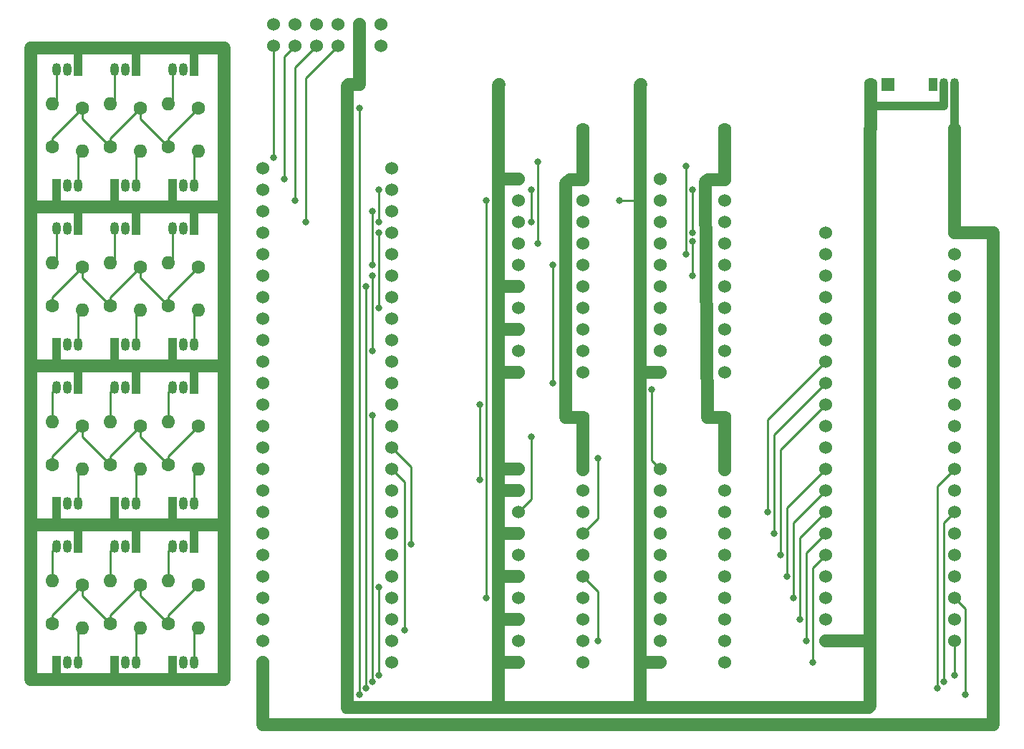
<source format=gbr>
%TF.GenerationSoftware,KiCad,Pcbnew,7.0.9*%
%TF.CreationDate,2024-11-14T04:28:15-07:00*%
%TF.ProjectId,Through_Hole_Quad_Xilinx,5468726f-7567-4685-9f48-6f6c655f5175,rev?*%
%TF.SameCoordinates,Original*%
%TF.FileFunction,Copper,L2,Bot*%
%TF.FilePolarity,Positive*%
%FSLAX46Y46*%
G04 Gerber Fmt 4.6, Leading zero omitted, Abs format (unit mm)*
G04 Created by KiCad (PCBNEW 7.0.9) date 2024-11-14 04:28:15*
%MOMM*%
%LPD*%
G01*
G04 APERTURE LIST*
%TA.AperFunction,ComponentPad*%
%ADD10R,1.050000X1.500000*%
%TD*%
%TA.AperFunction,ComponentPad*%
%ADD11O,1.050000X1.500000*%
%TD*%
%TA.AperFunction,ComponentPad*%
%ADD12C,1.600000*%
%TD*%
%TA.AperFunction,ComponentPad*%
%ADD13O,1.600000X1.600000*%
%TD*%
%TA.AperFunction,ComponentPad*%
%ADD14R,1.600000X1.600000*%
%TD*%
%TA.AperFunction,ComponentPad*%
%ADD15C,1.524000*%
%TD*%
%TA.AperFunction,ViaPad*%
%ADD16C,0.800000*%
%TD*%
%TA.AperFunction,Conductor*%
%ADD17C,1.524000*%
%TD*%
%TA.AperFunction,Conductor*%
%ADD18C,1.016000*%
%TD*%
%TA.AperFunction,Conductor*%
%ADD19C,0.250000*%
%TD*%
G04 APERTURE END LIST*
D10*
%TO.P,Q13,1,S*%
%TO.N,GND*%
X132334000Y-85344000D03*
D11*
%TO.P,Q13,2,G*%
%TO.N,_AUDIO3_5*%
X133604000Y-85344000D03*
%TO.P,Q13,3,D*%
%TO.N,Net-(Q13-D)*%
X134874000Y-85344000D03*
%TD*%
D10*
%TO.P,Q14,1,S*%
%TO.N,GND*%
X134874000Y-71628000D03*
D11*
%TO.P,Q14,2,G*%
%TO.N,_AUDIO3_4*%
X133604000Y-71628000D03*
%TO.P,Q14,3,D*%
%TO.N,Net-(Q14-D)*%
X132334000Y-71628000D03*
%TD*%
D12*
%TO.P,R13,1*%
%TO.N,AUDIO3*%
X135382000Y-76171000D03*
D13*
%TO.P,R13,2*%
%TO.N,Net-(Q13-D)*%
X135382000Y-81251000D03*
%TD*%
D12*
%TO.P,C3,1*%
%TO.N,+3.3V*%
X194564000Y-41148000D03*
D13*
%TO.P,C3,2*%
%TO.N,GND*%
X184564000Y-41148000D03*
%TD*%
D12*
%TO.P,R7,1*%
%TO.N,AUDIO2*%
X135382000Y-57404000D03*
D13*
%TO.P,R7,2*%
%TO.N,Net-(Q7-D)*%
X135382000Y-62484000D03*
%TD*%
D10*
%TO.P,Q10,1,S*%
%TO.N,GND*%
X141732000Y-52832000D03*
D11*
%TO.P,Q10,2,G*%
%TO.N,_AUDIO2_2*%
X140462000Y-52832000D03*
%TO.P,Q10,3,D*%
%TO.N,Net-(Q10-D)*%
X139192000Y-52832000D03*
%TD*%
D12*
%TO.P,R2,1*%
%TO.N,AUDIO1*%
X131826000Y-43180000D03*
D13*
%TO.P,R2,2*%
%TO.N,Net-(Q2-D)*%
X131826000Y-38100000D03*
%TD*%
D14*
%TO.P,C2,1*%
%TO.N,+3.3V*%
X230600000Y-35814000D03*
D12*
%TO.P,C2,2*%
%TO.N,GND*%
X228600000Y-35814000D03*
%TD*%
%TO.P,C1,1*%
%TO.N,+5V*%
X238506000Y-41148000D03*
D13*
%TO.P,C1,2*%
%TO.N,GND*%
X228506000Y-41148000D03*
%TD*%
D10*
%TO.P,Q6,1,S*%
%TO.N,GND*%
X148590000Y-34036000D03*
D11*
%TO.P,Q6,2,G*%
%TO.N,_AUDIO1_0*%
X147320000Y-34036000D03*
%TO.P,Q6,3,D*%
%TO.N,Net-(Q6-D)*%
X146050000Y-34036000D03*
%TD*%
D10*
%TO.P,U1,1,VO*%
%TO.N,+3.3V*%
X235966000Y-35814000D03*
D11*
%TO.P,U1,2,GND*%
%TO.N,GND*%
X237236000Y-35814000D03*
%TO.P,U1,3,VI*%
%TO.N,+5V*%
X238506000Y-35814000D03*
%TD*%
D10*
%TO.P,Q20,1,S*%
%TO.N,GND*%
X134874000Y-90424000D03*
D11*
%TO.P,Q20,2,G*%
%TO.N,_AUDIO4_4*%
X133604000Y-90424000D03*
%TO.P,Q20,3,D*%
%TO.N,Net-(Q20-D)*%
X132334000Y-90424000D03*
%TD*%
D10*
%TO.P,Q11,1,S*%
%TO.N,GND*%
X146050000Y-66548000D03*
D11*
%TO.P,Q11,2,G*%
%TO.N,_AUDIO2_1*%
X147320000Y-66548000D03*
%TO.P,Q11,3,D*%
%TO.N,Net-(Q11-D)*%
X148590000Y-66548000D03*
%TD*%
D10*
%TO.P,Q18,1,S*%
%TO.N,GND*%
X148590000Y-71628000D03*
D11*
%TO.P,Q18,2,G*%
%TO.N,_AUDIO3_0*%
X147320000Y-71628000D03*
%TO.P,Q18,3,D*%
%TO.N,Net-(Q18-D)*%
X146050000Y-71628000D03*
%TD*%
D12*
%TO.P,C6,1*%
%TO.N,+3.3V*%
X194564000Y-75184000D03*
D13*
%TO.P,C6,2*%
%TO.N,GND*%
X184564000Y-75184000D03*
%TD*%
D12*
%TO.P,R6,1*%
%TO.N,AUDIO1*%
X145542000Y-43209000D03*
D13*
%TO.P,R6,2*%
%TO.N,Net-(Q6-D)*%
X145542000Y-38129000D03*
%TD*%
D10*
%TO.P,Q9,1,S*%
%TO.N,GND*%
X139192000Y-66548000D03*
D11*
%TO.P,Q9,2,G*%
%TO.N,_AUDIO2_3*%
X140462000Y-66548000D03*
%TO.P,Q9,3,D*%
%TO.N,Net-(Q9-D)*%
X141732000Y-66548000D03*
%TD*%
D12*
%TO.P,R4,1*%
%TO.N,AUDIO1*%
X138684000Y-43180000D03*
D13*
%TO.P,R4,2*%
%TO.N,Net-(Q4-D)*%
X138684000Y-38100000D03*
%TD*%
D12*
%TO.P,R18,1*%
%TO.N,AUDIO3*%
X145542000Y-80772000D03*
D13*
%TO.P,R18,2*%
%TO.N,Net-(Q18-D)*%
X145542000Y-75692000D03*
%TD*%
D10*
%TO.P,Q1,1,S*%
%TO.N,GND*%
X132334000Y-47752000D03*
D11*
%TO.P,Q1,2,G*%
%TO.N,_AUDIO1_5*%
X133604000Y-47752000D03*
%TO.P,Q1,3,D*%
%TO.N,Net-(Q1-D)*%
X134874000Y-47752000D03*
%TD*%
D10*
%TO.P,Q8,1,S*%
%TO.N,GND*%
X134874000Y-52832000D03*
D11*
%TO.P,Q8,2,G*%
%TO.N,_AUDIO2_4*%
X133604000Y-52832000D03*
%TO.P,Q8,3,D*%
%TO.N,Net-(Q8-D)*%
X132334000Y-52832000D03*
%TD*%
D12*
%TO.P,R23,1*%
%TO.N,AUDIO4*%
X149098000Y-94996000D03*
D13*
%TO.P,R23,2*%
%TO.N,Net-(Q23-D)*%
X149098000Y-100076000D03*
%TD*%
D12*
%TO.P,R12,1*%
%TO.N,AUDIO2*%
X145542000Y-62005000D03*
D13*
%TO.P,R12,2*%
%TO.N,Net-(Q12-D)*%
X145542000Y-56925000D03*
%TD*%
D10*
%TO.P,Q22,1,S*%
%TO.N,GND*%
X141732000Y-90424000D03*
D11*
%TO.P,Q22,2,G*%
%TO.N,_AUDIO4_2*%
X140462000Y-90424000D03*
%TO.P,Q22,3,D*%
%TO.N,Net-(Q22-D)*%
X139192000Y-90424000D03*
%TD*%
D10*
%TO.P,Q3,1,S*%
%TO.N,GND*%
X139192000Y-47752000D03*
D11*
%TO.P,Q3,2,G*%
%TO.N,_AUDIO1_3*%
X140462000Y-47752000D03*
%TO.P,Q3,3,D*%
%TO.N,Net-(Q3-D)*%
X141732000Y-47752000D03*
%TD*%
D12*
%TO.P,R11,1*%
%TO.N,AUDIO2*%
X149098000Y-57404000D03*
D13*
%TO.P,R11,2*%
%TO.N,Net-(Q11-D)*%
X149098000Y-62484000D03*
%TD*%
D15*
%TO.P,U2,1,A->B*%
%TO.N,_R{slash}W*%
X203708000Y-81280000D03*
%TO.P,U2,2,A0*%
%TO.N,_D0*%
X203708000Y-83820000D03*
%TO.P,U2,3,A1*%
%TO.N,_D1*%
X203708000Y-86360000D03*
%TO.P,U2,4,A2*%
%TO.N,_D2*%
X203708000Y-88900000D03*
%TO.P,U2,5,A3*%
%TO.N,_D3*%
X203708000Y-91440000D03*
%TO.P,U2,6,A4*%
%TO.N,_D4*%
X203708000Y-93980000D03*
%TO.P,U2,7,A5*%
%TO.N,_D5*%
X203708000Y-96520000D03*
%TO.P,U2,8,A6*%
%TO.N,_D6*%
X203708000Y-99060000D03*
%TO.P,U2,9,A7*%
%TO.N,_D7*%
X203708000Y-101600000D03*
%TO.P,U2,10,GND*%
%TO.N,GND*%
X203708000Y-104140000D03*
%TO.P,U2,11,B7*%
%TO.N,D7*%
X211328000Y-104140000D03*
%TO.P,U2,12,B6*%
%TO.N,D6*%
X211328000Y-101600000D03*
%TO.P,U2,13,B5*%
%TO.N,D5*%
X211328000Y-99060000D03*
%TO.P,U2,14,B4*%
%TO.N,D4*%
X211328000Y-96520000D03*
%TO.P,U2,15,B3*%
%TO.N,D3*%
X211328000Y-93980000D03*
%TO.P,U2,16,B2*%
%TO.N,D2*%
X211328000Y-91440000D03*
%TO.P,U2,17,B1*%
%TO.N,D1*%
X211328000Y-88900000D03*
%TO.P,U2,18,B0*%
%TO.N,D0*%
X211328000Y-86360000D03*
%TO.P,U2,19,CE*%
%TO.N,~{_EN}*%
X211328000Y-83820000D03*
%TO.P,U2,20,VCC*%
%TO.N,+3.3V*%
X211328000Y-81320000D03*
%TD*%
D12*
%TO.P,C5,1*%
%TO.N,+3.3V*%
X211328000Y-75184000D03*
D13*
%TO.P,C5,2*%
%TO.N,GND*%
X201328000Y-75184000D03*
%TD*%
D10*
%TO.P,Q17,1,S*%
%TO.N,GND*%
X146050000Y-85344000D03*
D11*
%TO.P,Q17,2,G*%
%TO.N,_AUDIO3_1*%
X147320000Y-85344000D03*
%TO.P,Q17,3,D*%
%TO.N,Net-(Q17-D)*%
X148590000Y-85344000D03*
%TD*%
D15*
%TO.P,U5,1,1~{OE}*%
%TO.N,GND*%
X186944000Y-81280000D03*
%TO.P,U5,2,1A1*%
X186944000Y-83820000D03*
%TO.P,U5,3,2Y4*%
%TO.N,_~{CS3}*%
X186944000Y-86360000D03*
%TO.P,U5,4,1A2*%
%TO.N,GND*%
X186944000Y-88900000D03*
%TO.P,U5,5,2Y3*%
%TO.N,_~{CS4}*%
X186944000Y-91440000D03*
%TO.P,U5,6,1A3*%
%TO.N,GND*%
X186944000Y-93980000D03*
%TO.P,U5,7,2Y2*%
%TO.N,_PHI2*%
X186944000Y-96520000D03*
%TO.P,U5,8,1A4*%
%TO.N,GND*%
X186944000Y-99060000D03*
%TO.P,U5,9,2Y1*%
%TO.N,_~{CS2}*%
X186944000Y-101600000D03*
%TO.P,U5,10,GND*%
%TO.N,GND*%
X186944000Y-104140000D03*
%TO.P,U5,11,2A1*%
%TO.N,~{CS2}*%
X194564000Y-104140000D03*
%TO.P,U5,12,1Y4*%
%TO.N,unconnected-(U5-1Y4-Pad12)*%
X194564000Y-101600000D03*
%TO.P,U5,13,2A2*%
%TO.N,PHI2*%
X194564000Y-99060000D03*
%TO.P,U5,14,1Y3*%
%TO.N,unconnected-(U5-1Y3-Pad14)*%
X194564000Y-96520000D03*
%TO.P,U5,15,2A3*%
%TO.N,~{CS4}*%
X194564000Y-93980000D03*
%TO.P,U5,16,1Y2*%
%TO.N,unconnected-(U5-1Y2-Pad16)*%
X194564000Y-91440000D03*
%TO.P,U5,17,2A4*%
%TO.N,~{CS3}*%
X194564000Y-88900000D03*
%TO.P,U5,18,1Y1*%
%TO.N,unconnected-(U5-1Y1-Pad18)*%
X194564000Y-86360000D03*
%TO.P,U5,19,2~{OE}*%
%TO.N,GND*%
X194564000Y-83820000D03*
%TO.P,U5,20,VCC*%
%TO.N,+3.3V*%
X194564000Y-81320000D03*
%TD*%
D12*
%TO.P,R14,1*%
%TO.N,AUDIO3*%
X131826000Y-80772000D03*
D13*
%TO.P,R14,2*%
%TO.N,Net-(Q14-D)*%
X131826000Y-75692000D03*
%TD*%
D12*
%TO.P,R16,1*%
%TO.N,AUDIO3*%
X138684000Y-80772000D03*
D13*
%TO.P,R16,2*%
%TO.N,Net-(Q16-D)*%
X138684000Y-75692000D03*
%TD*%
D12*
%TO.P,C8,1*%
%TO.N,+5V*%
X156718000Y-109474000D03*
D13*
%TO.P,C8,2*%
%TO.N,GND*%
X166718000Y-109474000D03*
%TD*%
D12*
%TO.P,R10,1*%
%TO.N,AUDIO2*%
X138684000Y-61976000D03*
D13*
%TO.P,R10,2*%
%TO.N,Net-(Q10-D)*%
X138684000Y-56896000D03*
%TD*%
D12*
%TO.P,C4,1*%
%TO.N,+3.3V*%
X211328000Y-41148000D03*
D13*
%TO.P,C4,2*%
%TO.N,GND*%
X201328000Y-41148000D03*
%TD*%
D12*
%TO.P,R17,1*%
%TO.N,AUDIO3*%
X149098000Y-76200000D03*
D13*
%TO.P,R17,2*%
%TO.N,Net-(Q17-D)*%
X149098000Y-81280000D03*
%TD*%
D12*
%TO.P,R8,1*%
%TO.N,AUDIO2*%
X131826000Y-61976000D03*
D13*
%TO.P,R8,2*%
%TO.N,Net-(Q8-D)*%
X131826000Y-56896000D03*
%TD*%
D12*
%TO.P,C7,1*%
%TO.N,+5V*%
X238506000Y-47244000D03*
D13*
%TO.P,C7,2*%
%TO.N,GND*%
X228506000Y-47244000D03*
%TD*%
D10*
%TO.P,Q23,1,S*%
%TO.N,GND*%
X146050000Y-104140000D03*
D11*
%TO.P,Q23,2,G*%
%TO.N,_AUDIO4_1*%
X147320000Y-104140000D03*
%TO.P,Q23,3,D*%
%TO.N,Net-(Q23-D)*%
X148590000Y-104140000D03*
%TD*%
D12*
%TO.P,R5,1*%
%TO.N,AUDIO1*%
X149098000Y-38608000D03*
D13*
%TO.P,R5,2*%
%TO.N,Net-(Q5-D)*%
X149098000Y-43688000D03*
%TD*%
D12*
%TO.P,R1,1*%
%TO.N,AUDIO1*%
X135382000Y-38608000D03*
D13*
%TO.P,R1,2*%
%TO.N,Net-(Q1-D)*%
X135382000Y-43688000D03*
%TD*%
D10*
%TO.P,Q5,1,S*%
%TO.N,GND*%
X146050000Y-47752000D03*
D11*
%TO.P,Q5,2,G*%
%TO.N,_AUDIO1_1*%
X147320000Y-47752000D03*
%TO.P,Q5,3,D*%
%TO.N,Net-(Q5-D)*%
X148590000Y-47752000D03*
%TD*%
D10*
%TO.P,Q21,1,S*%
%TO.N,GND*%
X139192000Y-104140000D03*
D11*
%TO.P,Q21,2,G*%
%TO.N,_AUDIO4_3*%
X140462000Y-104140000D03*
%TO.P,Q21,3,D*%
%TO.N,Net-(Q21-D)*%
X141732000Y-104140000D03*
%TD*%
D10*
%TO.P,Q19,1,S*%
%TO.N,GND*%
X132334000Y-104140000D03*
D11*
%TO.P,Q19,2,G*%
%TO.N,_AUDIO4_5*%
X133604000Y-104140000D03*
%TO.P,Q19,3,D*%
%TO.N,Net-(Q19-D)*%
X134874000Y-104140000D03*
%TD*%
D15*
%TO.P,J2,1,PIO01*%
%TO.N,_~{CS1}*%
X156718000Y-45720000D03*
%TO.P,J2,2,PIO02*%
%TO.N,_A3*%
X156718000Y-48260000D03*
%TO.P,J2,3,PIO03*%
%TO.N,_A2*%
X156718000Y-50800000D03*
%TO.P,J2,4,PIO04*%
%TO.N,_A1*%
X156718000Y-53340000D03*
%TO.P,J2,5,PIO05*%
%TO.N,_A0*%
X156718000Y-55880000D03*
%TO.P,J2,6,PIO06*%
%TO.N,_AUDIO2_0*%
X156718000Y-58420000D03*
%TO.P,J2,7,PIO07*%
%TO.N,_AUDIO2_5*%
X156718000Y-60960000D03*
%TO.P,J2,8,PIO08*%
%TO.N,_AUDIO2_3*%
X156718000Y-63500000D03*
%TO.P,J2,9,PIO09*%
%TO.N,_AUDIO2_1*%
X156718000Y-66040000D03*
%TO.P,J2,10,PIO10*%
%TO.N,_AUDIO3_0*%
X156718000Y-68580000D03*
%TO.P,J2,11,PIO11*%
%TO.N,_AUDIO3_2*%
X156718000Y-71120000D03*
%TO.P,J2,12,PIO12*%
%TO.N,_AUDIO3_4*%
X156718000Y-73660000D03*
%TO.P,J2,13,PIO13*%
%TO.N,_AUDIO3_3*%
X156718000Y-76200000D03*
%TO.P,J2,14,PIO14*%
%TO.N,_AUDIO3_1*%
X156718000Y-78740000D03*
%TO.P,J2,15,AIN15*%
%TO.N,unconnected-(J2-AIN15-Pad15)*%
X156718000Y-81280000D03*
%TO.P,J2,16,AIN16*%
%TO.N,unconnected-(J2-AIN16-Pad16)*%
X156718000Y-83820000D03*
%TO.P,J2,17,PIO17*%
%TO.N,_AUDIO3_5*%
X156718000Y-86360000D03*
%TO.P,J2,18,PIO18*%
%TO.N,_AUDIO4_0*%
X156718000Y-88900000D03*
%TO.P,J2,19,PIO19*%
%TO.N,_AUDIO4_2*%
X156718000Y-91440000D03*
%TO.P,J2,20,PIO20*%
%TO.N,_AUDIO4_4*%
X156718000Y-93980000D03*
%TO.P,J2,21,PIO21*%
%TO.N,_AUDIO4_5*%
X156718000Y-96520000D03*
%TO.P,J2,22,PIO22*%
%TO.N,_AUDIO4_3*%
X156718000Y-99060000D03*
%TO.P,J2,23,PIO23*%
%TO.N,_AUDIO4_1*%
X156718000Y-101600000D03*
%TO.P,J2,24,VU*%
%TO.N,+5V*%
X156718000Y-104140000D03*
%TO.P,J2,25,GND*%
%TO.N,GND*%
X171958000Y-104140000D03*
%TO.P,J2,26,PIO26*%
%TO.N,_D7*%
X171958000Y-101600000D03*
%TO.P,J2,27,PIO27*%
%TO.N,_D6*%
X171958000Y-99060000D03*
%TO.P,J2,28,PIO28*%
%TO.N,_D5*%
X171958000Y-96520000D03*
%TO.P,J2,29,PIO29*%
%TO.N,_D4*%
X171958000Y-93980000D03*
%TO.P,J2,30,PIO30*%
%TO.N,_D3*%
X171958000Y-91440000D03*
%TO.P,J2,31,PIO31*%
%TO.N,_D2*%
X171958000Y-88900000D03*
%TO.P,J2,32,PIO32*%
%TO.N,_D1*%
X171958000Y-86360000D03*
%TO.P,J2,33,PIO33*%
%TO.N,_D0*%
X171958000Y-83820000D03*
%TO.P,J2,34,PIO34*%
%TO.N,_~{CS2}*%
X171958000Y-81280000D03*
%TO.P,J2,35,PIO35*%
%TO.N,_~{CS4}*%
X171958000Y-78740000D03*
%TO.P,J2,36,PIO36*%
%TO.N,_~{CS3}*%
X171958000Y-76200000D03*
%TO.P,J2,37,PIO37*%
%TO.N,~{_EN}*%
X171958000Y-73660000D03*
%TO.P,J2,38,PIO38*%
%TO.N,_R{slash}W*%
X171958000Y-71120000D03*
%TO.P,J2,39,PIO39*%
%TO.N,_P6*%
X171958000Y-68580000D03*
%TO.P,J2,40,PIO40*%
%TO.N,_P7*%
X171958000Y-66040000D03*
%TO.P,J2,41,PIO41*%
%TO.N,_P4*%
X171958000Y-63500000D03*
%TO.P,J2,42,PIO42*%
%TO.N,_P5*%
X171958000Y-60960000D03*
%TO.P,J2,43,PIO43*%
%TO.N,_P2*%
X171958000Y-58420000D03*
%TO.P,J2,44,PIO44*%
%TO.N,_P3*%
X171958000Y-55880000D03*
%TO.P,J2,45,PIO45*%
%TO.N,_P0*%
X171958000Y-53340000D03*
%TO.P,J2,46,PIO46*%
%TO.N,_P1*%
X171958000Y-50800000D03*
%TO.P,J2,47,PIO47*%
%TO.N,_PHI2*%
X171958000Y-48260000D03*
%TO.P,J2,48,PIO48*%
%TO.N,_DUMP*%
X171958000Y-45720000D03*
%TD*%
D10*
%TO.P,Q12,1,S*%
%TO.N,GND*%
X148590000Y-52832000D03*
D11*
%TO.P,Q12,2,G*%
%TO.N,_AUDIO2_0*%
X147320000Y-52832000D03*
%TO.P,Q12,3,D*%
%TO.N,Net-(Q12-D)*%
X146050000Y-52832000D03*
%TD*%
D12*
%TO.P,R15,1*%
%TO.N,AUDIO3*%
X142240000Y-76200000D03*
D13*
%TO.P,R15,2*%
%TO.N,Net-(Q15-D)*%
X142240000Y-81280000D03*
%TD*%
D10*
%TO.P,Q2,1,S*%
%TO.N,GND*%
X134874000Y-34036000D03*
D11*
%TO.P,Q2,2,G*%
%TO.N,_AUDIO1_4*%
X133604000Y-34036000D03*
%TO.P,Q2,3,D*%
%TO.N,Net-(Q2-D)*%
X132334000Y-34036000D03*
%TD*%
D12*
%TO.P,R21,1*%
%TO.N,AUDIO4*%
X142240000Y-94996000D03*
D13*
%TO.P,R21,2*%
%TO.N,Net-(Q21-D)*%
X142240000Y-100076000D03*
%TD*%
D15*
%TO.P,U3,1,A->B*%
%TO.N,_DUMP*%
X203708000Y-46990000D03*
%TO.P,U3,2,A0*%
%TO.N,_P1*%
X203708000Y-49530000D03*
%TO.P,U3,3,A1*%
%TO.N,_P0*%
X203708000Y-52070000D03*
%TO.P,U3,4,A2*%
%TO.N,_P3*%
X203708000Y-54610000D03*
%TO.P,U3,5,A3*%
%TO.N,_P2*%
X203708000Y-57150000D03*
%TO.P,U3,6,A4*%
%TO.N,_P5*%
X203708000Y-59690000D03*
%TO.P,U3,7,A5*%
%TO.N,_P4*%
X203708000Y-62230000D03*
%TO.P,U3,8,A6*%
%TO.N,_P7*%
X203708000Y-64770000D03*
%TO.P,U3,9,A7*%
%TO.N,_P6*%
X203708000Y-67310000D03*
%TO.P,U3,10,GND*%
%TO.N,GND*%
X203708000Y-69850000D03*
%TO.P,U3,11,B7*%
%TO.N,P6*%
X211328000Y-69850000D03*
%TO.P,U3,12,B6*%
%TO.N,P7*%
X211328000Y-67310000D03*
%TO.P,U3,13,B5*%
%TO.N,P4*%
X211328000Y-64770000D03*
%TO.P,U3,14,B4*%
%TO.N,P5*%
X211328000Y-62230000D03*
%TO.P,U3,15,B3*%
%TO.N,P2*%
X211328000Y-59690000D03*
%TO.P,U3,16,B2*%
%TO.N,P3*%
X211328000Y-57150000D03*
%TO.P,U3,17,B1*%
%TO.N,P0*%
X211328000Y-54610000D03*
%TO.P,U3,18,B0*%
%TO.N,P1*%
X211328000Y-52070000D03*
%TO.P,U3,19,CE*%
%TO.N,GND*%
X211328000Y-49530000D03*
%TO.P,U3,20,VCC*%
%TO.N,+3.3V*%
X211328000Y-47030000D03*
%TD*%
%TO.P,J1,1,~{CS1}*%
%TO.N,~{CS1}*%
X223266000Y-53340000D03*
%TO.P,J1,2,R/W*%
%TO.N,R{slash}W*%
X223266000Y-55880000D03*
%TO.P,J1,3,A3*%
%TO.N,A3*%
X223266000Y-58420000D03*
%TO.P,J1,4,A2*%
%TO.N,A2*%
X223266000Y-60960000D03*
%TO.P,J1,5,A1*%
%TO.N,A1*%
X223266000Y-63500000D03*
%TO.P,J1,6,A0*%
%TO.N,A0*%
X223266000Y-66040000D03*
%TO.P,J1,7,D0*%
%TO.N,D0*%
X223266000Y-68580000D03*
%TO.P,J1,8,D1*%
%TO.N,D1*%
X223266000Y-71120000D03*
%TO.P,J1,9,D2*%
%TO.N,D2*%
X223266000Y-73660000D03*
%TO.P,J1,10,SOD3*%
%TO.N,unconnected-(J1-SOD3-Pad10)*%
X223266000Y-76200000D03*
%TO.P,J1,11,~{CS3}*%
%TO.N,~{CS3}*%
X223266000Y-78740000D03*
%TO.P,J1,12,D3*%
%TO.N,D3*%
X223266000Y-81280000D03*
%TO.P,J1,13,D4*%
%TO.N,D4*%
X223266000Y-83820000D03*
%TO.P,J1,14,D5*%
%TO.N,D5*%
X223266000Y-86360000D03*
%TO.P,J1,15,D6*%
%TO.N,D6*%
X223266000Y-88900000D03*
%TO.P,J1,16,D7*%
%TO.N,D7*%
X223266000Y-91440000D03*
%TO.P,J1,17,SOD4*%
%TO.N,unconnected-(J1-SOD4-Pad17)*%
X223266000Y-93980000D03*
%TO.P,J1,18,IRQ4*%
%TO.N,unconnected-(J1-IRQ4-Pad18)*%
X223266000Y-96520000D03*
%TO.P,J1,19,~{CS4}*%
%TO.N,~{CS4}*%
X223266000Y-99060000D03*
%TO.P,J1,20,GND*%
%TO.N,GND*%
X223266000Y-101600000D03*
%TO.P,J1,21,OUT4*%
%TO.N,AUDIO4*%
X238506000Y-101600000D03*
%TO.P,J1,22,~{CS2}*%
%TO.N,~{CS2}*%
X238506000Y-99060000D03*
%TO.P,J1,23,OUT1*%
%TO.N,AUDIO1*%
X238506000Y-96520000D03*
%TO.P,J1,24,PHI2*%
%TO.N,PHI2*%
X238506000Y-93980000D03*
%TO.P,J1,25,SID4*%
%TO.N,unconnected-(J1-SID4-Pad25)*%
X238506000Y-91440000D03*
%TO.P,J1,26,BCLK4*%
%TO.N,unconnected-(J1-BCLK4-Pad26)*%
X238506000Y-88900000D03*
%TO.P,J1,27,OUT3*%
%TO.N,AUDIO3*%
X238506000Y-86360000D03*
%TO.P,J1,28,N/C*%
%TO.N,unconnected-(J1-N{slash}C-Pad28)*%
X238506000Y-83820000D03*
%TO.P,J1,29,OUT2*%
%TO.N,AUDIO2*%
X238506000Y-81280000D03*
%TO.P,J1,30,SID3*%
%TO.N,unconnected-(J1-SID3-Pad30)*%
X238506000Y-78740000D03*
%TO.P,J1,31,BCLK3*%
%TO.N,unconnected-(J1-BCLK3-Pad31)*%
X238506000Y-76200000D03*
%TO.P,J1,32,P1_6*%
%TO.N,P6*%
X238506000Y-73660000D03*
%TO.P,J1,33,P1_7*%
%TO.N,P7*%
X238506000Y-71120000D03*
%TO.P,J1,34,P1_4*%
%TO.N,P4*%
X238506000Y-68580000D03*
%TO.P,J1,35,P1_5*%
%TO.N,P5*%
X238506000Y-66040000D03*
%TO.P,J1,36,P1_2*%
%TO.N,P2*%
X238506000Y-63500000D03*
%TO.P,J1,37,P1_3*%
%TO.N,P3*%
X238506000Y-60960000D03*
%TO.P,J1,38,P1_0*%
%TO.N,P0*%
X238506000Y-58420000D03*
%TO.P,J1,39,P1_1*%
%TO.N,P1*%
X238506000Y-55880000D03*
%TO.P,J1,40,VCC*%
%TO.N,+5V*%
X238506000Y-53340000D03*
%TD*%
%TO.P,U4,1,1~{OE}*%
%TO.N,GND*%
X186944000Y-46990000D03*
%TO.P,U4,2,1A1*%
%TO.N,~{CS1}*%
X186944000Y-49530000D03*
%TO.P,U4,3,2Y4*%
%TO.N,_A3*%
X186944000Y-52070000D03*
%TO.P,U4,4,1A2*%
%TO.N,R{slash}W*%
X186944000Y-54610000D03*
%TO.P,U4,5,2Y3*%
%TO.N,_A2*%
X186944000Y-57150000D03*
%TO.P,U4,6,1A3*%
%TO.N,GND*%
X186944000Y-59690000D03*
%TO.P,U4,7,2Y2*%
%TO.N,_A1*%
X186944000Y-62230000D03*
%TO.P,U4,8,1A4*%
%TO.N,GND*%
X186944000Y-64770000D03*
%TO.P,U4,9,2Y1*%
%TO.N,_A0*%
X186944000Y-67310000D03*
%TO.P,U4,10,GND*%
%TO.N,GND*%
X186944000Y-69850000D03*
%TO.P,U4,11,2A1*%
%TO.N,A0*%
X194564000Y-69850000D03*
%TO.P,U4,12,1Y4*%
%TO.N,unconnected-(U4-1Y4-Pad12)*%
X194564000Y-67310000D03*
%TO.P,U4,13,2A2*%
%TO.N,A1*%
X194564000Y-64770000D03*
%TO.P,U4,14,1Y3*%
%TO.N,unconnected-(U4-1Y3-Pad14)*%
X194564000Y-62230000D03*
%TO.P,U4,15,2A3*%
%TO.N,A2*%
X194564000Y-59690000D03*
%TO.P,U4,16,1Y2*%
%TO.N,_R{slash}W*%
X194564000Y-57150000D03*
%TO.P,U4,17,2A4*%
%TO.N,A3*%
X194564000Y-54610000D03*
%TO.P,U4,18,1Y1*%
%TO.N,_~{CS1}*%
X194564000Y-52070000D03*
%TO.P,U4,19,2~{OE}*%
%TO.N,GND*%
X194564000Y-49530000D03*
%TO.P,U4,20,VCC*%
%TO.N,+3.3V*%
X194564000Y-47030000D03*
%TD*%
D10*
%TO.P,Q15,1,S*%
%TO.N,GND*%
X139192000Y-85344000D03*
D11*
%TO.P,Q15,2,G*%
%TO.N,_AUDIO3_3*%
X140462000Y-85344000D03*
%TO.P,Q15,3,D*%
%TO.N,Net-(Q15-D)*%
X141732000Y-85344000D03*
%TD*%
D10*
%TO.P,Q7,1,S*%
%TO.N,GND*%
X132334000Y-66548000D03*
D11*
%TO.P,Q7,2,G*%
%TO.N,_AUDIO2_5*%
X133604000Y-66548000D03*
%TO.P,Q7,3,D*%
%TO.N,Net-(Q7-D)*%
X134874000Y-66548000D03*
%TD*%
D12*
%TO.P,R20,1*%
%TO.N,AUDIO4*%
X131826000Y-99597000D03*
D13*
%TO.P,R20,2*%
%TO.N,Net-(Q20-D)*%
X131826000Y-94517000D03*
%TD*%
D12*
%TO.P,R3,1*%
%TO.N,AUDIO1*%
X142240000Y-38608000D03*
D13*
%TO.P,R3,2*%
%TO.N,Net-(Q3-D)*%
X142240000Y-43688000D03*
%TD*%
D10*
%TO.P,Q16,1,S*%
%TO.N,GND*%
X141732000Y-71628000D03*
D11*
%TO.P,Q16,2,G*%
%TO.N,_AUDIO3_2*%
X140462000Y-71628000D03*
%TO.P,Q16,3,D*%
%TO.N,Net-(Q16-D)*%
X139192000Y-71628000D03*
%TD*%
D12*
%TO.P,R22,1*%
%TO.N,AUDIO4*%
X138684000Y-99597000D03*
D13*
%TO.P,R22,2*%
%TO.N,Net-(Q22-D)*%
X138684000Y-94517000D03*
%TD*%
D10*
%TO.P,Q4,1,S*%
%TO.N,GND*%
X141732000Y-34036000D03*
D11*
%TO.P,Q4,2,G*%
%TO.N,_AUDIO1_2*%
X140462000Y-34036000D03*
%TO.P,Q4,3,D*%
%TO.N,Net-(Q4-D)*%
X139192000Y-34036000D03*
%TD*%
D12*
%TO.P,R19,1*%
%TO.N,AUDIO4*%
X135382000Y-94967000D03*
D13*
%TO.P,R19,2*%
%TO.N,Net-(Q19-D)*%
X135382000Y-100047000D03*
%TD*%
D10*
%TO.P,Q24,1,S*%
%TO.N,GND*%
X148590000Y-90424000D03*
D11*
%TO.P,Q24,2,G*%
%TO.N,_AUDIO4_0*%
X147320000Y-90424000D03*
%TO.P,Q24,3,D*%
%TO.N,Net-(Q24-D)*%
X146050000Y-90424000D03*
%TD*%
D12*
%TO.P,R24,1*%
%TO.N,AUDIO4*%
X145542000Y-99568000D03*
D13*
%TO.P,R24,2*%
%TO.N,Net-(Q24-D)*%
X145542000Y-94488000D03*
%TD*%
D15*
%TO.P,J3,1,JA1*%
%TO.N,_AUDIO1_3*%
X157988000Y-31242000D03*
%TO.P,J3,2,JA2*%
%TO.N,_AUDIO1_1*%
X160528000Y-31242000D03*
%TO.P,J3,3,JA3*%
%TO.N,_AUDIO2_4*%
X163068000Y-31242000D03*
%TO.P,J3,4,JA4*%
%TO.N,_AUDIO2_2*%
X165608000Y-31242000D03*
%TO.P,J3,5,G*%
%TO.N,GND*%
X168148000Y-31242000D03*
%TO.P,J3,6,V*%
%TO.N,unconnected-(J3-V-Pad6)*%
X170688000Y-31242000D03*
%TO.P,J3,7,JA7*%
%TO.N,_AUDIO1_0*%
X157988000Y-28702000D03*
%TO.P,J3,8,JA8*%
%TO.N,_AUDIO1_2*%
X160528000Y-28702000D03*
%TO.P,J3,9,JA9*%
%TO.N,_AUDIO1_4*%
X163068000Y-28702000D03*
%TO.P,J3,10,JA10*%
%TO.N,_AUDIO1_5*%
X165608000Y-28702000D03*
%TO.P,J3,11,G*%
%TO.N,GND*%
X168148000Y-28702000D03*
%TO.P,J3,12,V*%
%TO.N,unconnected-(J3-V-Pad12)*%
X170688000Y-28702000D03*
%TD*%
D12*
%TO.P,R9,1*%
%TO.N,AUDIO2*%
X142240000Y-57404000D03*
D13*
%TO.P,R9,2*%
%TO.N,Net-(Q9-D)*%
X142240000Y-62484000D03*
%TD*%
D16*
%TO.N,GND*%
X198882000Y-49530000D03*
X152146000Y-35814000D03*
X201422000Y-35814000D03*
X201328000Y-50800000D03*
X184658000Y-35814000D03*
X152146000Y-106172000D03*
X168148000Y-35814000D03*
X166718000Y-106172000D03*
%TO.N,+3.3V*%
X194564000Y-77978000D03*
X211328000Y-43942000D03*
X211328000Y-77978000D03*
X194564000Y-43942000D03*
%TO.N,~{CS1}*%
X207518000Y-48260000D03*
X207518000Y-53340000D03*
%TO.N,R{slash}W*%
X206756000Y-45466000D03*
X206756000Y-55880000D03*
X189230000Y-54610000D03*
X189230000Y-44958000D03*
%TO.N,A3*%
X207518000Y-54356000D03*
X207518000Y-58420000D03*
%TO.N,D0*%
X216408000Y-86360000D03*
%TO.N,D1*%
X217170000Y-88900000D03*
%TO.N,D2*%
X217932000Y-91440000D03*
%TO.N,~{CS3}*%
X196342000Y-80010000D03*
%TO.N,D3*%
X218694000Y-93980000D03*
%TO.N,D4*%
X219456000Y-96520000D03*
%TO.N,D5*%
X220218000Y-99060000D03*
%TO.N,D6*%
X220980000Y-101600000D03*
%TO.N,D7*%
X221742000Y-104140000D03*
%TO.N,~{CS4}*%
X196342000Y-101600000D03*
%TO.N,AUDIO4*%
X170434000Y-105664000D03*
X238506000Y-105664000D03*
X170434000Y-95250000D03*
%TO.N,AUDIO1*%
X168148000Y-38608000D03*
X168148000Y-107950000D03*
X239776000Y-107950000D03*
%TO.N,AUDIO3*%
X169672000Y-106426000D03*
X169672000Y-74930000D03*
X237236000Y-106426000D03*
%TO.N,AUDIO2*%
X236474000Y-107188000D03*
X168910000Y-59690000D03*
X168910000Y-107188000D03*
%TO.N,_AUDIO1_1*%
X159258000Y-46990000D03*
%TO.N,_AUDIO1_3*%
X157988000Y-44450000D03*
%TO.N,_AUDIO2_4*%
X160528000Y-49530000D03*
%TO.N,_AUDIO2_2*%
X161798000Y-52070000D03*
%TO.N,_~{CS4}*%
X174244000Y-90170000D03*
%TO.N,_~{CS3}*%
X188468000Y-77470000D03*
%TO.N,_~{CS2}*%
X173482000Y-100330000D03*
%TO.N,_~{CS1}*%
X188468000Y-52070000D03*
X188468000Y-48260000D03*
%TO.N,~{_EN}*%
X182372000Y-82550000D03*
X182372000Y-73660000D03*
%TO.N,_A3*%
X170434000Y-52070000D03*
X170434000Y-48260000D03*
%TO.N,_A2*%
X169672000Y-57150000D03*
X169672000Y-50800000D03*
%TO.N,_A1*%
X170434000Y-62230000D03*
X170434000Y-53340000D03*
%TO.N,_A0*%
X169672000Y-58420000D03*
X169672000Y-67310000D03*
%TO.N,_PHI2*%
X183134000Y-96520000D03*
X183134000Y-49530000D03*
%TO.N,_R{slash}W*%
X191008000Y-71120000D03*
X191008000Y-57150000D03*
X202692000Y-71882000D03*
%TD*%
D17*
%TO.N,+5V*%
X243078000Y-111506000D02*
X243078000Y-53340000D01*
X156718000Y-109474000D02*
X156718000Y-104140000D01*
D18*
X238506000Y-41148000D02*
X238506000Y-35814000D01*
D17*
X238506000Y-53340000D02*
X238506000Y-47244000D01*
X156718000Y-111506000D02*
X243078000Y-111506000D01*
X156718000Y-109474000D02*
X156718000Y-111506000D01*
X243078000Y-53340000D02*
X238506000Y-53340000D01*
X238506000Y-47244000D02*
X238506000Y-41148000D01*
%TO.N,GND*%
X228346000Y-109474000D02*
X201422000Y-109474000D01*
X134874000Y-87884000D02*
X139192000Y-87884000D01*
X146050000Y-69088000D02*
X148590000Y-69088000D01*
X132334000Y-106172000D02*
X139192000Y-106172000D01*
D18*
X134874000Y-71628000D02*
X134874000Y-69088000D01*
D17*
X201328000Y-75184000D02*
X201328000Y-69850000D01*
X139192000Y-87884000D02*
X141732000Y-87884000D01*
X228506000Y-109314000D02*
X228346000Y-109474000D01*
X166718000Y-35974000D02*
X166878000Y-35814000D01*
X148590000Y-31496000D02*
X152146000Y-31496000D01*
X148590000Y-50292000D02*
X152146000Y-50292000D01*
D18*
X132334000Y-104140000D02*
X132334000Y-106172000D01*
D17*
X186944000Y-93980000D02*
X184564000Y-93980000D01*
X134874000Y-31496000D02*
X141732000Y-31496000D01*
X129286000Y-87884000D02*
X132334000Y-87884000D01*
X184564000Y-99060000D02*
X184564000Y-104140000D01*
D18*
X148590000Y-71628000D02*
X148590000Y-69088000D01*
X146050000Y-66548000D02*
X146050000Y-69088000D01*
D19*
X198882000Y-49530000D02*
X201328000Y-49530000D01*
D17*
X184564000Y-93980000D02*
X184564000Y-99060000D01*
X223266000Y-101600000D02*
X228506000Y-101600000D01*
X152146000Y-35814000D02*
X152146000Y-50292000D01*
X201328000Y-49530000D02*
X201328000Y-41148000D01*
X134874000Y-50292000D02*
X139192000Y-50292000D01*
X184564000Y-35908000D02*
X184658000Y-35814000D01*
X168148000Y-31242000D02*
X168148000Y-35814000D01*
X139192000Y-106172000D02*
X146050000Y-106172000D01*
X201328000Y-69850000D02*
X201328000Y-49530000D01*
D18*
X141732000Y-90424000D02*
X141732000Y-87884000D01*
D17*
X132334000Y-69088000D02*
X134874000Y-69088000D01*
X186944000Y-104140000D02*
X184564000Y-104140000D01*
X141732000Y-50292000D02*
X146050000Y-50292000D01*
D18*
X132334000Y-66548000D02*
X132334000Y-69088000D01*
D17*
X186944000Y-69850000D02*
X184564000Y-69850000D01*
X186944000Y-46990000D02*
X184564000Y-46990000D01*
X184564000Y-104140000D02*
X184564000Y-109380000D01*
X228506000Y-101600000D02*
X228506000Y-109314000D01*
D18*
X237236000Y-35814000D02*
X237236000Y-38354000D01*
X134874000Y-52832000D02*
X134874000Y-50292000D01*
D17*
X129286000Y-69088000D02*
X129286000Y-50292000D01*
X129286000Y-32512000D02*
X129286000Y-31496000D01*
D18*
X146050000Y-104140000D02*
X146050000Y-106172000D01*
D17*
X129286000Y-69088000D02*
X132334000Y-69088000D01*
X141732000Y-69088000D02*
X146050000Y-69088000D01*
X152146000Y-50292000D02*
X152146000Y-69088000D01*
X139192000Y-50292000D02*
X141732000Y-50292000D01*
X228600000Y-38354000D02*
X228600000Y-41054000D01*
X152146000Y-106172000D02*
X146050000Y-106172000D01*
X184564000Y-41148000D02*
X184564000Y-46990000D01*
X146050000Y-50292000D02*
X148590000Y-50292000D01*
D18*
X148590000Y-52832000D02*
X148590000Y-50292000D01*
D17*
X129286000Y-87884000D02*
X129286000Y-69088000D01*
X203708000Y-69850000D02*
X201328000Y-69850000D01*
X129286000Y-50292000D02*
X129286000Y-32512000D01*
X186944000Y-99060000D02*
X184564000Y-99060000D01*
X201328000Y-109380000D02*
X201422000Y-109474000D01*
X134874000Y-69088000D02*
X139192000Y-69088000D01*
D18*
X237236000Y-38354000D02*
X228600000Y-38354000D01*
D17*
X184564000Y-69850000D02*
X184564000Y-75184000D01*
X201328000Y-35908000D02*
X201422000Y-35814000D01*
X186944000Y-83820000D02*
X184564000Y-83820000D01*
X148590000Y-69088000D02*
X152146000Y-69088000D01*
D18*
X134874000Y-90424000D02*
X134874000Y-87884000D01*
X132334000Y-85344000D02*
X132334000Y-87884000D01*
D17*
X186944000Y-88900000D02*
X184564000Y-88900000D01*
X201328000Y-41148000D02*
X201328000Y-35908000D01*
X132334000Y-106172000D02*
X129286000Y-106172000D01*
X166718000Y-104140000D02*
X166718000Y-35974000D01*
X184564000Y-75184000D02*
X184564000Y-81280000D01*
X139192000Y-69088000D02*
X141732000Y-69088000D01*
X148590000Y-87884000D02*
X152146000Y-87884000D01*
X228600000Y-41054000D02*
X228506000Y-41148000D01*
X201328000Y-104140000D02*
X201328000Y-109380000D01*
X184564000Y-88900000D02*
X184564000Y-93980000D01*
X186944000Y-81280000D02*
X184564000Y-81280000D01*
D18*
X141732000Y-34036000D02*
X141732000Y-31496000D01*
D17*
X184564000Y-59690000D02*
X184564000Y-64770000D01*
X228600000Y-35814000D02*
X228600000Y-38354000D01*
X228506000Y-47244000D02*
X228506000Y-101600000D01*
D18*
X146050000Y-47752000D02*
X146050000Y-50292000D01*
D17*
X201328000Y-75184000D02*
X201328000Y-104140000D01*
X152146000Y-87884000D02*
X152146000Y-106172000D01*
X141732000Y-31496000D02*
X148590000Y-31496000D01*
X184564000Y-41148000D02*
X184564000Y-35908000D01*
X152146000Y-31496000D02*
X152146000Y-35814000D01*
X184564000Y-109380000D02*
X184658000Y-109474000D01*
D18*
X132334000Y-50292000D02*
X132334000Y-47752000D01*
X139192000Y-66548000D02*
X139192000Y-69088000D01*
D17*
X132334000Y-87884000D02*
X134874000Y-87884000D01*
X166878000Y-35814000D02*
X168148000Y-35814000D01*
X228506000Y-41148000D02*
X228506000Y-47244000D01*
D18*
X148590000Y-34036000D02*
X148590000Y-31496000D01*
D17*
X141732000Y-87884000D02*
X146050000Y-87884000D01*
X184564000Y-83820000D02*
X184564000Y-88900000D01*
X203708000Y-104140000D02*
X201328000Y-104140000D01*
D18*
X139192000Y-85344000D02*
X139192000Y-87884000D01*
D17*
X168148000Y-28702000D02*
X168148000Y-31242000D01*
X132334000Y-50292000D02*
X134874000Y-50292000D01*
D18*
X139192000Y-104140000D02*
X139192000Y-106172000D01*
D17*
X129286000Y-50292000D02*
X132334000Y-50292000D01*
X184564000Y-81280000D02*
X184564000Y-83820000D01*
X184564000Y-64770000D02*
X184564000Y-69850000D01*
X201422000Y-109474000D02*
X184658000Y-109474000D01*
D18*
X139192000Y-47752000D02*
X139192000Y-50292000D01*
D17*
X129286000Y-31496000D02*
X134874000Y-31496000D01*
D18*
X141732000Y-52832000D02*
X141732000Y-50292000D01*
D17*
X152146000Y-69088000D02*
X152146000Y-87884000D01*
X166718000Y-109474000D02*
X166718000Y-104140000D01*
X186944000Y-64770000D02*
X184564000Y-64770000D01*
D18*
X141732000Y-71628000D02*
X141732000Y-69088000D01*
D17*
X146050000Y-87884000D02*
X148590000Y-87884000D01*
X184564000Y-46990000D02*
X184564000Y-59690000D01*
X186944000Y-59690000D02*
X184564000Y-59690000D01*
D18*
X146050000Y-85344000D02*
X146050000Y-87884000D01*
D17*
X184658000Y-109474000D02*
X166718000Y-109474000D01*
D18*
X148590000Y-90424000D02*
X148590000Y-87884000D01*
X134874000Y-34036000D02*
X134874000Y-31496000D01*
D17*
X129286000Y-106172000D02*
X129286000Y-87884000D01*
%TO.N,+3.3V*%
X194564000Y-47030000D02*
X193000000Y-47030000D01*
X194564000Y-43942000D02*
X194564000Y-41148000D01*
X209042000Y-48006000D02*
X209042000Y-47324000D01*
X211328000Y-77978000D02*
X211328000Y-75184000D01*
X209296000Y-75184000D02*
X209042000Y-48006000D01*
X192532000Y-75184000D02*
X194564000Y-75184000D01*
X194564000Y-77978000D02*
X194564000Y-75184000D01*
X194564000Y-47030000D02*
X194564000Y-43942000D01*
X194564000Y-81320000D02*
X194564000Y-77978000D01*
X211328000Y-81320000D02*
X211328000Y-77978000D01*
X209336000Y-47030000D02*
X211328000Y-47030000D01*
X211328000Y-75184000D02*
X209296000Y-75184000D01*
X211328000Y-47030000D02*
X211328000Y-43942000D01*
X192532000Y-47498000D02*
X192532000Y-75184000D01*
X211328000Y-43942000D02*
X211328000Y-41148000D01*
X193000000Y-47030000D02*
X192532000Y-47498000D01*
X209042000Y-47324000D02*
X209336000Y-47030000D01*
D19*
%TO.N,~{CS1}*%
X207518000Y-53340000D02*
X207518000Y-48260000D01*
%TO.N,R{slash}W*%
X189230000Y-44958000D02*
X189230000Y-54610000D01*
X206756000Y-55880000D02*
X206756000Y-45466000D01*
%TO.N,A3*%
X207518000Y-58420000D02*
X207518000Y-54356000D01*
%TO.N,D0*%
X216408000Y-75438000D02*
X216408000Y-86360000D01*
X223266000Y-68580000D02*
X216408000Y-75438000D01*
%TO.N,D1*%
X217170000Y-77216000D02*
X217170000Y-88900000D01*
X223266000Y-71120000D02*
X217170000Y-77216000D01*
%TO.N,D2*%
X223266000Y-73660000D02*
X217932000Y-78994000D01*
X217932000Y-78994000D02*
X217932000Y-91440000D01*
%TO.N,~{CS3}*%
X196342000Y-87122000D02*
X194564000Y-88900000D01*
X196342000Y-80010000D02*
X196342000Y-87122000D01*
%TO.N,D3*%
X218694000Y-85852000D02*
X218694000Y-93980000D01*
X223266000Y-81280000D02*
X218694000Y-85852000D01*
%TO.N,D4*%
X219456000Y-87630000D02*
X219456000Y-96520000D01*
X223266000Y-83820000D02*
X219456000Y-87630000D01*
%TO.N,D5*%
X223266000Y-86360000D02*
X220218000Y-89408000D01*
X220218000Y-89408000D02*
X220218000Y-99060000D01*
%TO.N,D6*%
X220980000Y-91186000D02*
X220980000Y-101600000D01*
X223266000Y-88900000D02*
X220980000Y-91186000D01*
%TO.N,D7*%
X223266000Y-91440000D02*
X221742000Y-92964000D01*
X221742000Y-92964000D02*
X221742000Y-104140000D01*
%TO.N,~{CS4}*%
X196342000Y-101600000D02*
X196342000Y-95758000D01*
X196342000Y-95758000D02*
X194564000Y-93980000D01*
%TO.N,AUDIO4*%
X135382000Y-96295000D02*
X138684000Y-99597000D01*
X135382000Y-94967000D02*
X135382000Y-96295000D01*
X142240000Y-94996000D02*
X138684000Y-98552000D01*
X238506000Y-101600000D02*
X238506000Y-105664000D01*
X149098000Y-94996000D02*
X145542000Y-98552000D01*
X145542000Y-98552000D02*
X145542000Y-99568000D01*
X138684000Y-98552000D02*
X138684000Y-99597000D01*
X142240000Y-94996000D02*
X142240000Y-96266000D01*
X142240000Y-96266000D02*
X145542000Y-99568000D01*
X170434000Y-95250000D02*
X170434000Y-105664000D01*
X131826000Y-98523000D02*
X131826000Y-99597000D01*
X135382000Y-94967000D02*
X131826000Y-98523000D01*
%TO.N,AUDIO1*%
X142240000Y-39907000D02*
X145542000Y-43209000D01*
X168148000Y-38608000D02*
X168148000Y-107950000D01*
X145542000Y-42164000D02*
X145542000Y-43209000D01*
X149098000Y-38608000D02*
X145542000Y-42164000D01*
X131826000Y-42164000D02*
X131826000Y-43180000D01*
X138684000Y-42164000D02*
X138684000Y-43180000D01*
X239776000Y-97790000D02*
X238506000Y-96520000D01*
X135382000Y-38608000D02*
X131826000Y-42164000D01*
X135382000Y-39878000D02*
X138684000Y-43180000D01*
X239776000Y-107950000D02*
X239776000Y-97790000D01*
X142240000Y-38608000D02*
X142240000Y-39907000D01*
X135382000Y-38608000D02*
X135382000Y-39878000D01*
X142240000Y-38608000D02*
X138684000Y-42164000D01*
%TO.N,AUDIO3*%
X237236000Y-87630000D02*
X238506000Y-86360000D01*
X135382000Y-76171000D02*
X131826000Y-79727000D01*
X138684000Y-79756000D02*
X138684000Y-80772000D01*
X149098000Y-76200000D02*
X145542000Y-79756000D01*
X142240000Y-77470000D02*
X145542000Y-80772000D01*
X237236000Y-106426000D02*
X237236000Y-87630000D01*
X131826000Y-79727000D02*
X131826000Y-80772000D01*
X142240000Y-76200000D02*
X138684000Y-79756000D01*
X169672000Y-74930000D02*
X169672000Y-106426000D01*
X135382000Y-77470000D02*
X138684000Y-80772000D01*
X142240000Y-76200000D02*
X142240000Y-77470000D01*
X145542000Y-79756000D02*
X145542000Y-80772000D01*
X135382000Y-76171000D02*
X135382000Y-77470000D01*
%TO.N,AUDIO2*%
X168910000Y-59690000D02*
X168910000Y-107188000D01*
X138684000Y-60960000D02*
X138684000Y-61976000D01*
X142240000Y-58703000D02*
X145542000Y-62005000D01*
X135382000Y-58674000D02*
X138684000Y-61976000D01*
X236474000Y-83312000D02*
X238506000Y-81280000D01*
X142240000Y-57404000D02*
X142240000Y-58703000D01*
X135382000Y-57404000D02*
X131826000Y-60960000D01*
X135382000Y-57404000D02*
X135382000Y-58674000D01*
X236474000Y-107188000D02*
X236474000Y-83312000D01*
X145542000Y-60960000D02*
X145542000Y-62005000D01*
X131826000Y-60960000D02*
X131826000Y-61976000D01*
X149098000Y-57404000D02*
X145542000Y-60960000D01*
X142240000Y-57404000D02*
X138684000Y-60960000D01*
%TO.N,_AUDIO1_1*%
X160528000Y-31242000D02*
X159258000Y-32512000D01*
X159258000Y-32512000D02*
X159258000Y-42672000D01*
X159258000Y-42672000D02*
X159258000Y-46990000D01*
%TO.N,_AUDIO1_3*%
X157988000Y-31242000D02*
X157988000Y-44450000D01*
%TO.N,_AUDIO2_4*%
X160528000Y-33782000D02*
X160528000Y-34036000D01*
X163068000Y-31242000D02*
X160528000Y-33782000D01*
X160528000Y-34036000D02*
X160528000Y-49530000D01*
%TO.N,_AUDIO2_2*%
X161798000Y-36068000D02*
X161798000Y-52070000D01*
X161798000Y-35052000D02*
X161798000Y-36068000D01*
X165608000Y-31242000D02*
X161798000Y-35052000D01*
%TO.N,_~{CS4}*%
X174244000Y-90170000D02*
X174244000Y-81026000D01*
X174244000Y-81026000D02*
X171958000Y-78740000D01*
%TO.N,_~{CS3}*%
X186944000Y-86360000D02*
X188468000Y-84836000D01*
X188468000Y-84836000D02*
X188468000Y-83058000D01*
X188468000Y-83058000D02*
X188468000Y-77470000D01*
%TO.N,_~{CS2}*%
X173482000Y-100330000D02*
X173482000Y-82804000D01*
X173482000Y-82804000D02*
X171958000Y-81280000D01*
%TO.N,_~{CS1}*%
X188468000Y-48260000D02*
X188468000Y-52070000D01*
%TO.N,~{_EN}*%
X182372000Y-82550000D02*
X182372000Y-73660000D01*
%TO.N,_A3*%
X170434000Y-48260000D02*
X170434000Y-52070000D01*
%TO.N,_A2*%
X169672000Y-50800000D02*
X169672000Y-57150000D01*
%TO.N,_A1*%
X170434000Y-62230000D02*
X170434000Y-53340000D01*
%TO.N,_A0*%
X169672000Y-58420000D02*
X169672000Y-67310000D01*
%TO.N,_PHI2*%
X183134000Y-49530000D02*
X183134000Y-96520000D01*
%TO.N,_R{slash}W*%
X202692000Y-71882000D02*
X202692000Y-80264000D01*
X191008000Y-71120000D02*
X191008000Y-57150000D01*
X202692000Y-80264000D02*
X203708000Y-81280000D01*
%TO.N,Net-(Q1-D)*%
X134874000Y-44196000D02*
X135382000Y-43688000D01*
X134874000Y-47752000D02*
X134874000Y-44196000D01*
%TO.N,Net-(Q2-D)*%
X132334000Y-37592000D02*
X131826000Y-38100000D01*
X132334000Y-34036000D02*
X132334000Y-37592000D01*
%TO.N,Net-(Q3-D)*%
X141732000Y-44196000D02*
X142240000Y-43688000D01*
X141732000Y-47752000D02*
X141732000Y-44196000D01*
%TO.N,Net-(Q4-D)*%
X139192000Y-34036000D02*
X139192000Y-37592000D01*
X139192000Y-37592000D02*
X138684000Y-38100000D01*
%TO.N,Net-(Q5-D)*%
X148590000Y-47752000D02*
X148590000Y-44196000D01*
X148590000Y-44196000D02*
X149098000Y-43688000D01*
%TO.N,Net-(Q6-D)*%
X146050000Y-34036000D02*
X146050000Y-37621000D01*
X146050000Y-37621000D02*
X145542000Y-38129000D01*
%TO.N,Net-(Q7-D)*%
X134874000Y-62992000D02*
X135382000Y-62484000D01*
X134874000Y-66548000D02*
X134874000Y-62992000D01*
%TO.N,Net-(Q8-D)*%
X132334000Y-52832000D02*
X132334000Y-56388000D01*
X132334000Y-56388000D02*
X131826000Y-56896000D01*
%TO.N,Net-(Q9-D)*%
X141732000Y-66548000D02*
X141732000Y-62992000D01*
X141732000Y-62992000D02*
X142240000Y-62484000D01*
%TO.N,Net-(Q10-D)*%
X139192000Y-56388000D02*
X138684000Y-56896000D01*
X139192000Y-52832000D02*
X139192000Y-56388000D01*
%TO.N,Net-(Q11-D)*%
X148590000Y-62992000D02*
X149098000Y-62484000D01*
X148590000Y-66548000D02*
X148590000Y-62992000D01*
%TO.N,Net-(Q12-D)*%
X146050000Y-56417000D02*
X145542000Y-56925000D01*
X146050000Y-52832000D02*
X146050000Y-56417000D01*
%TO.N,Net-(Q13-D)*%
X134874000Y-85344000D02*
X134874000Y-81759000D01*
X134874000Y-81759000D02*
X135382000Y-81251000D01*
%TO.N,Net-(Q14-D)*%
X131826000Y-75692000D02*
X131826000Y-72136000D01*
X131826000Y-72136000D02*
X132334000Y-71628000D01*
%TO.N,Net-(Q15-D)*%
X141732000Y-81788000D02*
X142240000Y-81280000D01*
X141732000Y-85344000D02*
X141732000Y-81788000D01*
%TO.N,Net-(Q16-D)*%
X138684000Y-72136000D02*
X139192000Y-71628000D01*
X138684000Y-75692000D02*
X138684000Y-72136000D01*
%TO.N,Net-(Q17-D)*%
X148590000Y-85344000D02*
X148590000Y-81788000D01*
X148590000Y-81788000D02*
X149098000Y-81280000D01*
%TO.N,Net-(Q18-D)*%
X145542000Y-75692000D02*
X145542000Y-72136000D01*
X145542000Y-72136000D02*
X146050000Y-71628000D01*
%TO.N,Net-(Q19-D)*%
X134874000Y-100555000D02*
X135382000Y-100047000D01*
X134874000Y-104140000D02*
X134874000Y-100555000D01*
%TO.N,Net-(Q20-D)*%
X131826000Y-90932000D02*
X132334000Y-90424000D01*
X131826000Y-94517000D02*
X131826000Y-90932000D01*
%TO.N,Net-(Q21-D)*%
X141732000Y-100584000D02*
X142240000Y-100076000D01*
X141732000Y-104140000D02*
X141732000Y-100584000D01*
%TO.N,Net-(Q22-D)*%
X138684000Y-90932000D02*
X139192000Y-90424000D01*
X138684000Y-94517000D02*
X138684000Y-90932000D01*
%TO.N,Net-(Q23-D)*%
X148590000Y-100584000D02*
X149098000Y-100076000D01*
X148590000Y-104140000D02*
X148590000Y-100584000D01*
%TO.N,Net-(Q24-D)*%
X145542000Y-94488000D02*
X145542000Y-90932000D01*
X145542000Y-90932000D02*
X146050000Y-90424000D01*
%TD*%
M02*

</source>
